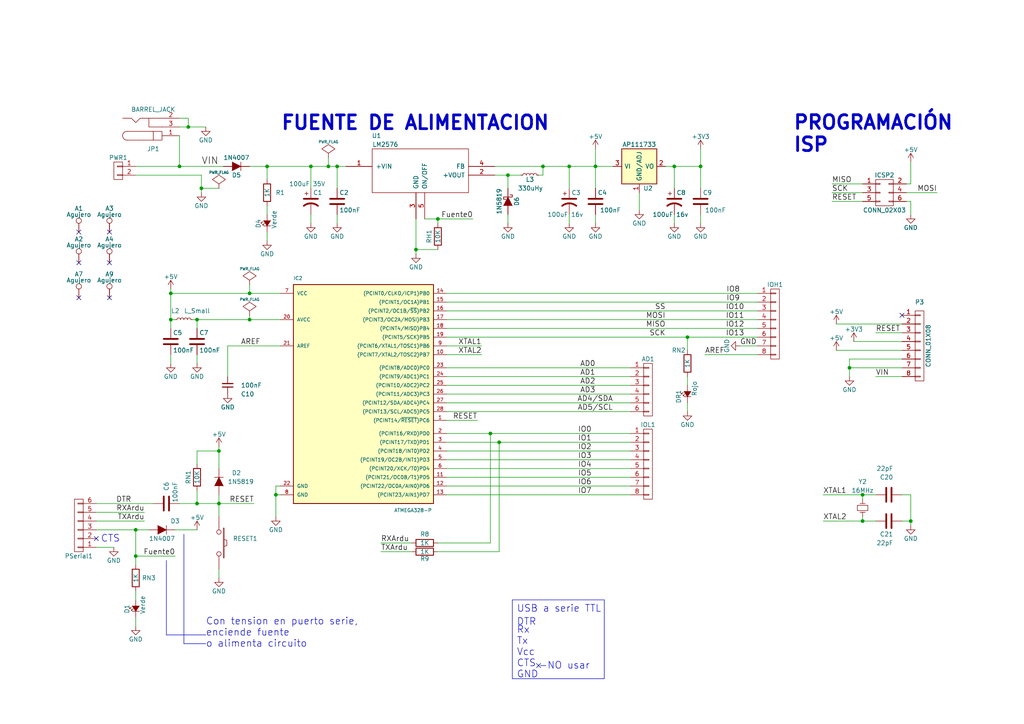
<source format=kicad_sch>
(kicad_sch (version 20230121) (generator eeschema)
  (paper "A4")
  (title_block (title "UNLaM-duino") (date "2016-10-04") (rev "002") (company "UNLaM-LACIE") (comment 1 "Rodrigo Javier Gomez, Gerardo Garcia, Diego Brengi"))
  (lib_symbols
    (symbol "unlamduino-rescue:+3V3" (power) (pin_names (offset 0))
      (property "Value" "+3V3" (at 0 3.556 0))
      (symbol "+3V3_0_1"
        (polyline (pts (xy -0.762 1.27) (xy 0 2.54)))
        (polyline (pts (xy 0 0) (xy 0 2.54)))
        (polyline (pts (xy 0 2.54) (xy 0.762 1.27)))
      )
      (symbol "+3V3_1_1"
        (pin power_in line (at 0 0 90) (length 0) hide (name "+3V3") (number "1"))
      )
    )
    (symbol "unlamduino-rescue:+5V" (power) (pin_names (offset 0))
      (property "Value" "+5V" (at 0 3.556 0))
      (symbol "+5V_0_1"
        (polyline (pts (xy -0.762 1.27) (xy 0 2.54)))
        (polyline (pts (xy 0 0) (xy 0 2.54)))
        (polyline (pts (xy 0 2.54) (xy 0.762 1.27)))
      )
      (symbol "+5V_1_1"
        (pin power_in line (at 0 0 90) (length 0) hide (name "+5V") (number "1"))
      )
    )
    (symbol "unlamduino-rescue:AP111733" (pin_names (offset 0.762))
      (property "Reference" "U" (at 2.54 -6.35 0))
      (property "Value" "AP111733" (at 0 6.35 0))
      (property "Datasheet" "http://www.diodes.com/datasheets/AP1117.pdf" (at 2.54 -6.35 0))
      (symbol "AP111733_0_1"
        (rectangle (start -5.08 -5.08) (end 5.08 5.08) (stroke (width 0.254)) (fill (type background)))
      )
      (symbol "AP111733_1_1"
        (pin power_in line (at 0 -7.62 90) (length 2.54) (name "GND/ADJ") (number "1"))
        (pin power_out line (at 7.62 0 180) (length 2.54) (name "VO") (number "2"))
        (pin power_in line (at -7.62 0 0) (length 2.54) (name "VI") (number "3"))
      )
    )
    (symbol "unlamduino-rescue:ATMEGA328-P-RESCUE-UNLAMDIUNO" (pin_names (offset 1.016))
      (property "Reference" "IC" (at -19.05 31.75 0))
      (property "Value" "ATMEGA328-P-RESCUE-UNLAMDIUNO" (at 10.16 -35.56 0))
      (property "Footprint" "DIL28" (at 0 0 0))
      (symbol "ATMEGA328-P-RESCUE-UNLAMDIUNO_0_1"
        (rectangle (start -19.05 30.48) (end 21.59 -33.02) (stroke (width 0.254)) (fill (type background)))
      )
      (symbol "ATMEGA328-P-RESCUE-UNLAMDIUNO_1_1"
        (pin bidirectional line (at 25.4 -8.89 180) (length 3.81) (name "(PCINT14/~{RESET})PC6") (number "1"))
        (pin bidirectional line (at 25.4 10.16 180) (length 3.81) (name "(PCINT7/XTAL2/TOSC2)PB7") (number "10"))
        (pin bidirectional line (at 25.4 -25.4 180) (length 3.81) (name "(PCINT21/OC0B/T1)PD5") (number "11"))
        (pin bidirectional line (at 25.4 -27.94 180) (length 3.81) (name "(PCINT22/OC0A/AIN0)PD6") (number "12"))
        (pin bidirectional line (at 25.4 -30.48 180) (length 3.81) (name "(PCINT23/AIN1)PD7") (number "13"))
        (pin bidirectional line (at 25.4 27.94 180) (length 3.81) (name "(PCINT0/CLKO/ICP1)PB0") (number "14"))
        (pin bidirectional line (at 25.4 25.4 180) (length 3.81) (name "(PCINT1/OC1A)PB1") (number "15"))
        (pin bidirectional line (at 25.4 22.86 180) (length 3.81) (name "(PCINT2/OC1B/~{SS})PB2") (number "16"))
        (pin bidirectional line (at 25.4 20.32 180) (length 3.81) (name "(PCINT3/OC2A/MOSI)PB3") (number "17"))
        (pin bidirectional line (at 25.4 17.78 180) (length 3.81) (name "(PCINT4/MISO)PB4") (number "18"))
        (pin bidirectional line (at 25.4 15.24 180) (length 3.81) (name "(PCINT5/SCK)PB5") (number "19"))
        (pin bidirectional line (at 25.4 -12.7 180) (length 3.81) (name "(PCINT16/RXD)PD0") (number "2"))
        (pin power_in line (at -22.86 20.32 0) (length 3.81) (name "AVCC") (number "20"))
        (pin bidirectional line (at -22.86 12.7 0) (length 3.81) (name "AREF") (number "21"))
        (pin power_in line (at -22.86 -27.94 0) (length 3.81) (name "GND") (number "22"))
        (pin bidirectional line (at 25.4 6.35 180) (length 3.81) (name "(PCINT8/ADC0)PC0") (number "23"))
        (pin bidirectional line (at 25.4 3.81 180) (length 3.81) (name "(PCINT9/ADC1)PC1") (number "24"))
        (pin bidirectional line (at 25.4 1.27 180) (length 3.81) (name "(PCINT10/ADC2)PC2") (number "25"))
        (pin bidirectional line (at 25.4 -1.27 180) (length 3.81) (name "(PCINT11/ADC3)PC3") (number "26"))
        (pin bidirectional line (at 25.4 -3.81 180) (length 3.81) (name "(PCINT12/SDA/ADC4)PC4") (number "27"))
        (pin bidirectional line (at 25.4 -6.35 180) (length 3.81) (name "(PCINT13/SCL/ADC5)PC5") (number "28"))
        (pin bidirectional line (at 25.4 -15.24 180) (length 3.81) (name "(PCINT17/TXD)PD1") (number "3"))
        (pin bidirectional line (at 25.4 -17.78 180) (length 3.81) (name "(PCINT18/INT0)PD2") (number "4"))
        (pin bidirectional line (at 25.4 -20.32 180) (length 3.81) (name "(PCINT19/OC2B/INT1)PD3") (number "5"))
        (pin bidirectional line (at 25.4 -22.86 180) (length 3.81) (name "(PCINT20/XCK/T0)PD4") (number "6"))
        (pin power_in line (at -22.86 27.94 0) (length 3.81) (name "VCC") (number "7"))
        (pin power_in line (at -22.86 -30.48 0) (length 3.81) (name "GND") (number "8"))
        (pin bidirectional line (at 25.4 12.7 180) (length 3.81) (name "(PCINT6/XTAL1/TOSC1)PB6") (number "9"))
      )
    )
    (symbol "unlamduino-rescue:BARREL_JACK" (pin_names (offset 1.016))
      (property "Reference" "CON" (at 0 6.35 0))
      (property "Value" "BARREL_JACK" (at 0 -5.08 0))
      (symbol "BARREL_JACK_0_1"
        (arc (start -8.89 2.54) (mid -8.5271 1.6254) (end -7.62 1.27))
        (arc (start -7.62 3.81) (mid -8.5088 3.4366) (end -8.89 2.54))
        (polyline (pts (xy -7.62 1.27) (xy 0 1.27)))
        (polyline (pts (xy 0 3.81) (xy -7.62 3.81)))
        (polyline (pts (xy 2.54 0) (xy -1.27 0) (xy -1.27 -2.54)))
        (polyline (pts (xy 2.54 -2.54) (xy -3.81 -2.54) (xy -5.08 -1.27) (xy -6.35 -2.54) (xy -8.89 -2.54)))
        (rectangle (start 2.54 3.81) (end 0 1.27))
      )
      (symbol "BARREL_JACK_1_1"
        (pin passive line (at 7.62 2.54 180) (length 5.08) (name "~") (number "1"))
        (pin passive line (at 7.62 -2.54 180) (length 5.08) (name "~") (number "2"))
        (pin passive line (at 7.62 0 180) (length 5.08) (name "~") (number "3"))
      )
    )
    (symbol "unlamduino-rescue:C-RESCUE-UNLAMDIUNO" (pin_numbers hide) (pin_names (offset 0.254))
      (property "Reference" "C" (at 0.635 2.54 0))
      (property "Value" "C-RESCUE-UNLAMDIUNO" (at 0.635 -2.54 0))
      (symbol "C-RESCUE-UNLAMDIUNO_0_1"
        (polyline (pts (xy -2.032 -0.762) (xy 2.032 -0.762)) (stroke (width 0.508)))
        (polyline (pts (xy -2.032 0.762) (xy 2.032 0.762)) (stroke (width 0.508)))
      )
      (symbol "C-RESCUE-UNLAMDIUNO_1_1"
        (pin passive line (at 0 3.81 270) (length 2.794) (name "~") (number "1"))
        (pin passive line (at 0 -3.81 90) (length 2.794) (name "~") (number "2"))
      )
    )
    (symbol "unlamduino-rescue:CONN_01X02" (pin_names (offset 1.016) hide)
      (property "Reference" "P" (at 0 3.81 0))
      (property "Value" "CONN_01X02" (at 2.54 0 90))
      (symbol "CONN_01X02_0_1"
        (rectangle (start -1.27 -1.143) (end 0.254 -1.397))
        (rectangle (start -1.27 1.397) (end 0.254 1.143))
        (rectangle (start -1.27 2.54) (end 1.27 -2.54))
      )
      (symbol "CONN_01X02_1_1"
        (pin passive line (at -5.08 1.27 0) (length 3.81) (name "P1") (number "1"))
        (pin passive line (at -5.08 -1.27 0) (length 3.81) (name "P2") (number "2"))
      )
    )
    (symbol "unlamduino-rescue:CONN_01X06" (pin_names (offset 1.016) hide)
      (property "Reference" "P" (at 0 8.89 0))
      (property "Value" "CONN_01X06" (at 2.54 0 90))
      (symbol "CONN_01X06_0_1"
        (rectangle (start -1.27 -6.223) (end 0.254 -6.477))
        (rectangle (start -1.27 -3.683) (end 0.254 -3.937))
        (rectangle (start -1.27 -1.143) (end 0.254 -1.397))
        (rectangle (start -1.27 1.397) (end 0.254 1.143))
        (rectangle (start -1.27 3.937) (end 0.254 3.683))
        (rectangle (start -1.27 6.477) (end 0.254 6.223))
        (rectangle (start -1.27 7.62) (end 1.27 -7.62))
      )
      (symbol "CONN_01X06_1_1"
        (pin passive line (at -5.08 6.35 0) (length 3.81) (name "P1") (number "1"))
        (pin passive line (at -5.08 3.81 0) (length 3.81) (name "P2") (number "2"))
        (pin passive line (at -5.08 1.27 0) (length 3.81) (name "P3") (number "3"))
        (pin passive line (at -5.08 -1.27 0) (length 3.81) (name "P4") (number "4"))
        (pin passive line (at -5.08 -3.81 0) (length 3.81) (name "P5") (number "5"))
        (pin passive line (at -5.08 -6.35 0) (length 3.81) (name "P6") (number "6"))
      )
    )
    (symbol "unlamduino-rescue:CONN_01X08" (pin_names (offset 1.016) hide)
      (property "Reference" "P" (at 0 11.43 0))
      (property "Value" "CONN_01X08" (at 2.54 0 90))
      (symbol "CONN_01X08_0_1"
        (rectangle (start -1.27 -10.16) (end 1.27 10.16))
        (rectangle (start -1.27 -8.763) (end 0.254 -9.017))
        (rectangle (start -1.27 -6.223) (end 0.254 -6.477))
        (rectangle (start -1.27 -3.683) (end 0.254 -3.937))
        (rectangle (start -1.27 -1.143) (end 0.254 -1.397))
        (rectangle (start -1.27 1.397) (end 0.254 1.143))
        (rectangle (start -1.27 3.937) (end 0.254 3.683))
        (rectangle (start -1.27 6.477) (end 0.254 6.223))
        (rectangle (start -1.27 9.017) (end 0.254 8.763))
      )
      (symbol "CONN_01X08_1_1"
        (pin passive line (at -5.08 8.89 0) (length 3.81) (name "P1") (number "1"))
        (pin passive line (at -5.08 6.35 0) (length 3.81) (name "P2") (number "2"))
        (pin passive line (at -5.08 3.81 0) (length 3.81) (name "P3") (number "3"))
        (pin passive line (at -5.08 1.27 0) (length 3.81) (name "P4") (number "4"))
        (pin passive line (at -5.08 -1.27 0) (length 3.81) (name "P5") (number "5"))
        (pin passive line (at -5.08 -3.81 0) (length 3.81) (name "P6") (number "6"))
        (pin passive line (at -5.08 -6.35 0) (length 3.81) (name "P7") (number "7"))
        (pin passive line (at -5.08 -8.89 0) (length 3.81) (name "P8") (number "8"))
      )
    )
    (symbol "unlamduino-rescue:CONN_02X03" (pin_names (offset 0.0254) hide)
      (property "Reference" "P" (at 0 5.08 0))
      (property "Value" "CONN_02X03" (at 0 -5.08 0))
      (symbol "CONN_02X03_0_1"
        (rectangle (start -2.54 -2.413) (end -1.27 -2.667))
        (rectangle (start -2.54 0.127) (end -1.27 -0.127))
        (rectangle (start -2.54 2.667) (end -1.27 2.413))
        (rectangle (start -2.54 3.81) (end 2.54 -3.81))
        (rectangle (start 1.27 -2.413) (end 2.54 -2.667))
        (rectangle (start 1.27 0.127) (end 2.54 -0.127))
        (rectangle (start 1.27 2.667) (end 2.54 2.413))
      )
      (symbol "CONN_02X03_1_1"
        (pin passive line (at -6.35 2.54 0) (length 3.81) (name "P1") (number "1"))
        (pin passive line (at 6.35 2.54 180) (length 3.81) (name "P2") (number "2"))
        (pin passive line (at -6.35 0 0) (length 3.81) (name "P3") (number "3"))
        (pin passive line (at 6.35 0 180) (length 3.81) (name "P4") (number "4"))
        (pin passive line (at -6.35 -2.54 0) (length 3.81) (name "P5") (number "5"))
        (pin passive line (at 6.35 -2.54 180) (length 3.81) (name "P6") (number "6"))
      )
    )
    (symbol "unlamduino-rescue:CP1-RESCUE-UNLAMDIUNO" (pin_numbers hide) (pin_names (offset 0.254) hide)
      (property "Reference" "C" (at 0.635 2.54 0))
      (property "Value" "CP1-RESCUE-UNLAMDIUNO" (at 0.635 -2.54 0))
      (symbol "CP1-RESCUE-UNLAMDIUNO_0_1"
        (polyline (pts (xy -2.032 0.762) (xy 2.032 0.762)) (stroke (width 0.508)))
        (polyline (pts (xy -1.778 2.286) (xy -0.762 2.286)))
        (polyline (pts (xy -1.27 1.778) (xy -1.27 2.794)))
        (arc (start 2.032 -1.27) (mid 0 -0.5572) (end -2.032 -1.27) (stroke (width 0.508)))
      )
      (symbol "CP1-RESCUE-UNLAMDIUNO_1_1"
        (pin passive line (at 0 3.81 270) (length 2.794) (name "~") (number "1"))
        (pin passive line (at 0 -3.81 90) (length 3.302) (name "~") (number "2"))
      )
    )
    (symbol "unlamduino-rescue:C_Small" (pin_numbers hide) (pin_names (offset 0.254) hide)
      (property "Reference" "C" (at 0.254 1.778 0))
      (property "Value" "C_Small" (at 0.254 -2.032 0))
      (symbol "C_Small_0_1"
        (polyline (pts (xy -1.524 -0.508) (xy 1.524 -0.508)) (stroke (width 0.3302)))
        (polyline (pts (xy -1.524 0.508) (xy 1.524 0.508)) (stroke (width 0.3048)))
      )
      (symbol "C_Small_1_1"
        (pin passive line (at 0 2.54 270) (length 2.032) (name "~") (number "1"))
        (pin passive line (at 0 -2.54 90) (length 2.032) (name "~") (number "2"))
      )
    )
    (symbol "unlamduino-rescue:Crystal_Small" (pin_numbers hide) (pin_names (offset 1.016) hide)
      (property "Reference" "Y" (at 0 2.54 0))
      (property "Value" "Crystal_Small" (at 0 -2.54 0))
      (symbol "Crystal_Small_0_1"
        (rectangle (start -0.762 -1.524) (end 0.762 1.524))
        (polyline (pts (xy -1.27 -0.762) (xy -1.27 0.762)))
        (polyline (pts (xy 1.27 -0.762) (xy 1.27 0.762)))
      )
      (symbol "Crystal_Small_1_1"
        (pin passive line (at -2.54 0 0) (length 1.27) (name "1") (number "1"))
        (pin passive line (at 2.54 0 180) (length 1.27) (name "2") (number "2"))
      )
    )
    (symbol "unlamduino-rescue:D" (pin_numbers hide) (pin_names (offset 1.016) hide)
      (property "Reference" "D" (at 0 2.54 0))
      (property "Value" "D" (at 0 -2.54 0))
      (symbol "D_0_1"
        (polyline (pts (xy -1.27 1.27) (xy -1.27 -1.27)) (stroke (width 0.1524)))
        (polyline (pts (xy 1.27 1.27) (xy -1.27 0) (xy 1.27 -1.27)) (fill (type outline)))
      )
      (symbol "D_1_1"
        (pin passive line (at -3.81 0 0) (length 2.54) (name "K") (number "1"))
        (pin passive line (at 3.81 0 180) (length 2.54) (name "A") (number "2"))
      )
    )
    (symbol "unlamduino-rescue:D_Schottky" (pin_numbers hide) (pin_names (offset 1.016) hide)
      (property "Reference" "D" (at 0 2.54 0))
      (property "Value" "D_Schottky" (at 0 -2.54 0))
      (symbol "D_Schottky_0_1"
        (polyline (pts (xy 1.27 1.27) (xy -1.27 0) (xy 1.27 -1.27)) (fill (type outline)))
        (polyline (pts (xy -1.905 0.635) (xy -1.905 1.27) (xy -1.27 1.27) (xy -1.27 -1.27) (xy -0.635 -1.27) (xy -0.635 -0.635)) (stroke (width 0.2032)))
      )
      (symbol "D_Schottky_1_1"
        (pin passive line (at -3.81 0 0) (length 2.54) (name "K") (number "1"))
        (pin passive line (at 3.81 0 180) (length 2.54) (name "A") (number "2"))
      )
    )
    (symbol "unlamduino-rescue:GND-RESCUE-UNLAMDIUNO" (power) (pin_names (offset 0))
      (property "Value" "GND-RESCUE-UNLAMDIUNO" (at 0 -3.81 0))
      (symbol "GND-RESCUE-UNLAMDIUNO_0_1"
        (polyline (pts (xy 0 0) (xy 0 -1.27) (xy 1.27 -1.27) (xy 0 -2.54) (xy -1.27 -1.27) (xy 0 -1.27)))
      )
      (symbol "GND-RESCUE-UNLAMDIUNO_1_1"
        (pin power_in line (at 0 0 270) (length 0) hide (name "GND") (number "1"))
      )
    )
    (symbol "unlamduino-rescue:LM2576" (pin_names (offset 1.016))
      (property "Reference" "U" (at 0 -2.54 0))
      (property "Value" "LM2576" (at 0 2.54 0))
      (symbol "LM2576_0_0"
        (rectangle (start -13.97 -6.35) (end 13.97 6.35))
      )
      (symbol "LM2576_1_1"
        (pin power_in line (at -21.59 1.27 0) (length 7.62) (name "+VIN") (number "1"))
        (pin power_out line (at 21.59 -1.27 180) (length 7.62) (name "+VOUT") (number "2"))
        (pin power_in line (at -1.27 -13.97 90) (length 7.62) (name "GND") (number "3"))
        (pin input line (at 21.59 1.27 180) (length 7.62) (name "FB") (number "4"))
        (pin input line (at 1.27 -13.97 90) (length 7.62) (name "ON/OFF") (number "5"))
      )
    )
    (symbol "unlamduino-rescue:L_Small" (pin_numbers hide) (pin_names (offset 0.254) hide)
      (property "Reference" "L" (at 0.762 1.016 0))
      (property "Value" "L_Small" (at 0.762 -1.016 0))
      (symbol "L_Small_0_1"
        (arc (start 0 -2.032) (mid 0.5058 -1.524) (end 0 -1.016))
        (arc (start 0 -1.016) (mid 0.5058 -0.508) (end 0 0))
        (arc (start 0 0) (mid 0.5058 0.508) (end 0 1.016))
        (arc (start 0 1.016) (mid 0.5058 1.524) (end 0 2.032))
      )
      (symbol "L_Small_1_1"
        (pin passive line (at 0 2.54 270) (length 0.508) (name "~") (number "1"))
        (pin passive line (at 0 -2.54 90) (length 0.508) (name "~") (number "2"))
      )
    )
    (symbol "unlamduino-rescue:Led_Small-RESCUE-UNLAMDIUNO" (pin_numbers hide) (pin_names (offset 0.254) hide)
      (property "Reference" "D" (at -1.27 2.54 0))
      (property "Value" "Led_Small-RESCUE-UNLAMDIUNO" (at -3.81 -2.032 0))
      (symbol "Led_Small-RESCUE-UNLAMDIUNO_0_1"
        (polyline (pts (xy 0.762 -1.016) (xy 0.762 1.016)))
        (polyline (pts (xy -0.762 -1.016) (xy 0.762 0) (xy -0.762 1.016) (xy -0.762 -1.016)) (fill (type outline)))
        (polyline (pts (xy -0.508 1.27) (xy 0 1.778) (xy -0.254 1.778) (xy 0 1.778) (xy 0 1.524)))
        (polyline (pts (xy 0 0.762) (xy 0.508 1.27) (xy 0.254 1.27) (xy 0.508 1.27) (xy 0.508 1.016)))
      )
      (symbol "Led_Small-RESCUE-UNLAMDIUNO_1_1"
        (pin passive line (at -2.54 0 0) (length 1.778) (name "A") (number "1"))
        (pin passive line (at 2.54 0 180) (length 1.778) (name "C") (number "2"))
      )
    )
    (symbol "unlamduino-rescue:PWR_FLAG" (power) (pin_numbers hide) (pin_names (offset 0) hide)
      (property "Value" "PWR_FLAG" (at 0 4.572 0))
      (symbol "PWR_FLAG_0_0"
        (pin power_out line (at 0 0 90) (length 0) (name "pwr") (number "1"))
      )
      (symbol "PWR_FLAG_0_1"
        (polyline (pts (xy 0 0) (xy 0 1.27) (xy -1.905 2.54) (xy 0 3.81) (xy 1.905 2.54) (xy 0 1.27)))
      )
    )
    (symbol "unlamduino-rescue:R-RESCUE-UNLAMDIUNO" (pin_numbers hide) (pin_names (offset 0))
      (property "Reference" "R" (at 2.032 0 90))
      (property "Value" "R-RESCUE-UNLAMDIUNO" (at 0 0 90))
      (symbol "R-RESCUE-UNLAMDIUNO_0_1"
        (rectangle (start -1.016 -2.54) (end 1.016 2.54) (stroke (width 0.254)))
      )
      (symbol "R-RESCUE-UNLAMDIUNO_1_1"
        (pin passive line (at 0 3.81 270) (length 1.27) (name "~") (number "1"))
        (pin passive line (at 0 -3.81 90) (length 1.27) (name "~") (number "2"))
      )
    )
    (symbol "unlamduino-rescue:SW_PUSH" (pin_numbers hide) (pin_names (offset 1.016) hide)
      (property "Reference" "SW" (at 3.81 2.794 0))
      (property "Value" "SW_PUSH" (at 0 -2.032 0))
      (symbol "SW_PUSH_0_1"
        (rectangle (start -4.318 1.27) (end 4.318 1.524))
        (polyline (pts (xy -1.016 1.524) (xy -0.762 2.286) (xy 0.762 2.286) (xy 1.016 1.524)))
        (pin passive inverted (at -7.62 0 0) (length 5.08) (name "1") (number "1"))
        (pin passive inverted (at 7.62 0 180) (length 5.08) (name "2") (number "2"))
      )
    )
    (symbol "unlamduino-rescue:TEST_1P" (pin_numbers hide) (pin_names (offset 0.762) hide)
      (property "Reference" "W" (at 0 6.858 0))
      (property "Value" "TEST_1P" (at 0 5.08 0))
      (symbol "TEST_1P_0_1"
        (circle (center 0 3.302) (radius 0.762))
      )
      (symbol "TEST_1P_1_1"
        (pin passive line (at 0 0 90) (length 2.54) (name "1") (number "1"))
      )
    )
  )
  (junction (at 142.24 125.73))
  (junction (at 39.37 161.29))
  (junction (at 246.38 106.68))
  (junction (at 63.5 130.81))
  (junction (at 199.39 97.79))
  (junction (at 72.39 85.09))
  (junction (at 49.53 85.09))
  (junction (at 57.15 92.71))
  (junction (at 165.1 48.26))
  (junction (at 250.19 143.51))
  (junction (at 203.2 48.26))
  (junction (at 39.37 153.67))
  (junction (at 49.53 92.71))
  (junction (at 250.19 151.13))
  (junction (at 120.65 72.39))
  (junction (at 58.42 54.61))
  (junction (at 195.58 48.26))
  (junction (at 57.15 146.05))
  (junction (at 172.72 48.26))
  (junction (at 80.01 143.51))
  (junction (at 95.25 48.26))
  (junction (at 77.47 48.26))
  (junction (at 147.32 50.8))
  (junction (at 63.5 146.05))
  (junction (at 72.39 92.71))
  (junction (at 97.79 48.26))
  (junction (at 144.78 128.27))
  (junction (at 127 63.5))
  (junction (at 54.61 36.83))
  (junction (at 157.48 48.26))
  (junction (at 264.16 151.13))
  (junction (at 90.17 48.26))
  (junction (at 52.07 48.26))
  (no_connect (at 22.86 67.31))
  (no_connect (at 261.62 91.44))
  (no_connect (at 31.75 76.2))
  (no_connect (at 31.75 86.36))
  (no_connect (at 27.94 156.21))
  (no_connect (at 156.21 193.04))
  (no_connect (at 22.86 76.2))
  (no_connect (at 22.86 86.36))
  (no_connect (at 31.75 67.31))
  (wire (pts (xy 261.62 99.06) (xy 247.65 99.06)))
  (wire (pts (xy 129.54 87.63) (xy 219.71 87.63)))
  (wire (pts (xy 57.15 146.05) (xy 63.5 146.05)))
  (wire (pts (xy 57.15 102.87) (xy 57.15 105.41)))
  (wire (pts (xy 129.54 130.81) (xy 182.88 130.81)))
  (wire (pts (xy 142.24 157.48) (xy 127 157.48)))
  (wire (pts (xy 261.62 101.6) (xy 242.57 101.6)))
  (wire (pts (xy 129.54 109.22) (xy 182.88 109.22)))
  (wire (pts (xy 147.32 50.8) (xy 151.13 50.8)))
  (wire (pts (xy 204.47 102.87) (xy 219.71 102.87)))
  (wire (pts (xy 262.89 58.42) (xy 264.16 58.42)))
  (polyline (pts (xy 48.26 162.56) (xy 48.26 184.15)))
  (wire (pts (xy 241.3 55.88) (xy 250.19 55.88)))
  (wire (pts (xy 129.54 125.73) (xy 142.24 125.73)))
  (wire (pts (xy 97.79 62.23) (xy 97.79 64.77)))
  (wire (pts (xy 143.51 48.26) (xy 157.48 48.26)))
  (wire (pts (xy 120.65 72.39) (xy 120.65 73.66)))
  (wire (pts (xy 57.15 134.62) (xy 57.15 130.81)))
  (wire (pts (xy 129.54 140.97) (xy 182.88 140.97)))
  (polyline (pts (xy 148.59 173.99) (xy 148.59 196.85)))
  (wire (pts (xy 27.94 158.75) (xy 33.02 158.75)))
  (wire (pts (xy 129.54 143.51) (xy 182.88 143.51)))
  (wire (pts (xy 77.47 67.31) (xy 77.47 69.85)))
  (wire (pts (xy 110.49 157.48) (xy 119.38 157.48)))
  (wire (pts (xy 250.19 151.13) (xy 254 151.13)))
  (wire (pts (xy 54.61 36.83) (xy 59.69 36.83)))
  (wire (pts (xy 66.04 100.33) (xy 81.28 100.33)))
  (wire (pts (xy 172.72 48.26) (xy 172.72 54.61)))
  (wire (pts (xy 49.53 102.87) (xy 49.53 105.41)))
  (wire (pts (xy 49.53 85.09) (xy 49.53 92.71)))
  (wire (pts (xy 39.37 153.67) (xy 43.18 153.67)))
  (wire (pts (xy 52.07 48.26) (xy 64.77 48.26)))
  (wire (pts (xy 129.54 121.92) (xy 138.43 121.92)))
  (wire (pts (xy 264.16 46.99) (xy 264.16 53.34)))
  (wire (pts (xy 185.42 55.88) (xy 185.42 60.96)))
  (wire (pts (xy 195.58 62.23) (xy 195.58 64.77)))
  (wire (pts (xy 39.37 171.45) (xy 39.37 173.99)))
  (wire (pts (xy 246.38 106.68) (xy 246.38 109.22)))
  (wire (pts (xy 157.48 48.26) (xy 165.1 48.26)))
  (wire (pts (xy 129.54 85.09) (xy 219.71 85.09)))
  (wire (pts (xy 129.54 95.25) (xy 219.71 95.25)))
  (wire (pts (xy 203.2 43.18) (xy 203.2 48.26)))
  (wire (pts (xy 246.38 104.14) (xy 246.38 106.68)))
  (wire (pts (xy 58.42 50.8) (xy 58.42 54.61)))
  (wire (pts (xy 195.58 48.26) (xy 195.58 54.61)))
  (wire (pts (xy 81.28 140.97) (xy 80.01 140.97)))
  (wire (pts (xy 49.53 83.82) (xy 49.53 85.09)))
  (wire (pts (xy 264.16 58.42) (xy 264.16 62.23)))
  (wire (pts (xy 63.5 146.05) (xy 63.5 149.86)))
  (wire (pts (xy 77.47 59.69) (xy 77.47 62.23)))
  (wire (pts (xy 120.65 63.5) (xy 120.65 72.39)))
  (wire (pts (xy 52.07 36.83) (xy 54.61 36.83)))
  (wire (pts (xy 261.62 143.51) (xy 264.16 143.51)))
  (wire (pts (xy 27.94 146.05) (xy 44.45 146.05)))
  (wire (pts (xy 172.72 48.26) (xy 177.8 48.26)))
  (wire (pts (xy 143.51 50.8) (xy 147.32 50.8)))
  (wire (pts (xy 81.28 143.51) (xy 80.01 143.51)))
  (wire (pts (xy 144.78 160.02) (xy 127 160.02)))
  (wire (pts (xy 129.54 106.68) (xy 182.88 106.68)))
  (wire (pts (xy 97.79 48.26) (xy 100.33 48.26)))
  (wire (pts (xy 165.1 48.26) (xy 165.1 54.61)))
  (wire (pts (xy 147.32 50.8) (xy 147.32 54.61)))
  (wire (pts (xy 55.88 92.71) (xy 57.15 92.71)))
  (wire (pts (xy 50.8 153.67) (xy 57.15 153.67)))
  (wire (pts (xy 95.25 45.72) (xy 95.25 48.26)))
  (wire (pts (xy 63.5 143.51) (xy 63.5 146.05)))
  (wire (pts (xy 147.32 62.23) (xy 147.32 64.77)))
  (wire (pts (xy 63.5 165.1) (xy 63.5 167.64)))
  (wire (pts (xy 250.19 143.51) (xy 254 143.51)))
  (wire (pts (xy 129.54 138.43) (xy 182.88 138.43)))
  (polyline (pts (xy 175.26 196.85) (xy 175.26 173.99)))
  (wire (pts (xy 172.72 62.23) (xy 172.72 64.77)))
  (wire (pts (xy 72.39 91.44) (xy 72.39 92.71)))
  (wire (pts (xy 57.15 142.24) (xy 57.15 146.05)))
  (wire (pts (xy 250.19 58.42) (xy 241.3 58.42)))
  (wire (pts (xy 262.89 55.88) (xy 271.78 55.88)))
  (wire (pts (xy 127 72.39) (xy 120.65 72.39)))
  (wire (pts (xy 261.62 151.13) (xy 264.16 151.13)))
  (wire (pts (xy 49.53 85.09) (xy 72.39 85.09)))
  (wire (pts (xy 95.25 48.26) (xy 97.79 48.26)))
  (wire (pts (xy 250.19 144.78) (xy 250.19 143.51)))
  (wire (pts (xy 129.54 128.27) (xy 144.78 128.27)))
  (wire (pts (xy 199.39 109.22) (xy 199.39 111.76)))
  (wire (pts (xy 199.39 101.6) (xy 199.39 97.79)))
  (wire (pts (xy 49.53 92.71) (xy 50.8 92.71)))
  (wire (pts (xy 129.54 133.35) (xy 182.88 133.35)))
  (wire (pts (xy 66.04 109.22) (xy 66.04 100.33)))
  (wire (pts (xy 156.21 50.8) (xy 157.48 50.8)))
  (wire (pts (xy 129.54 114.3) (xy 182.88 114.3)))
  (wire (pts (xy 72.39 85.09) (xy 81.28 85.09)))
  (polyline (pts (xy 59.69 186.69) (xy 53.34 186.69)))
  (wire (pts (xy 54.61 34.29) (xy 54.61 36.83)))
  (wire (pts (xy 238.76 151.13) (xy 250.19 151.13)))
  (wire (pts (xy 72.39 92.71) (xy 81.28 92.71)))
  (wire (pts (xy 97.79 48.26) (xy 97.79 54.61)))
  (wire (pts (xy 193.04 48.26) (xy 195.58 48.26)))
  (wire (pts (xy 199.39 116.84) (xy 199.39 119.38)))
  (wire (pts (xy 264.16 151.13) (xy 264.16 152.4)))
  (wire (pts (xy 199.39 97.79) (xy 219.71 97.79)))
  (wire (pts (xy 52.07 34.29) (xy 54.61 34.29)))
  (wire (pts (xy 142.24 125.73) (xy 182.88 125.73)))
  (wire (pts (xy 127 63.5) (xy 127 64.77)))
  (wire (pts (xy 39.37 161.29) (xy 50.8 161.29)))
  (wire (pts (xy 165.1 48.26) (xy 172.72 48.26)))
  (wire (pts (xy 49.53 92.71) (xy 49.53 95.25)))
  (wire (pts (xy 63.5 130.81) (xy 63.5 135.89)))
  (wire (pts (xy 90.17 62.23) (xy 90.17 64.77)))
  (wire (pts (xy 142.24 125.73) (xy 142.24 157.48)))
  (wire (pts (xy 57.15 130.81) (xy 63.5 130.81)))
  (wire (pts (xy 144.78 128.27) (xy 144.78 160.02)))
  (wire (pts (xy 27.94 148.59) (xy 41.91 148.59)))
  (wire (pts (xy 39.37 153.67) (xy 39.37 161.29)))
  (wire (pts (xy 77.47 52.07) (xy 77.47 48.26)))
  (wire (pts (xy 27.94 153.67) (xy 39.37 153.67)))
  (wire (pts (xy 250.19 149.86) (xy 250.19 151.13)))
  (wire (pts (xy 57.15 92.71) (xy 57.15 95.25)))
  (wire (pts (xy 203.2 48.26) (xy 203.2 54.61)))
  (wire (pts (xy 63.5 54.61) (xy 58.42 54.61)))
  (wire (pts (xy 139.7 102.87) (xy 129.54 102.87)))
  (wire (pts (xy 129.54 100.33) (xy 139.7 100.33)))
  (wire (pts (xy 129.54 97.79) (xy 199.39 97.79)))
  (wire (pts (xy 72.39 48.26) (xy 77.47 48.26)))
  (wire (pts (xy 144.78 128.27) (xy 182.88 128.27)))
  (wire (pts (xy 165.1 62.23) (xy 165.1 64.77)))
  (wire (pts (xy 39.37 179.07) (xy 39.37 181.61)))
  (wire (pts (xy 52.07 48.26) (xy 52.07 39.37)))
  (wire (pts (xy 264.16 143.51) (xy 264.16 151.13)))
  (wire (pts (xy 57.15 92.71) (xy 72.39 92.71)))
  (wire (pts (xy 39.37 161.29) (xy 39.37 163.83)))
  (wire (pts (xy 27.94 151.13) (xy 41.91 151.13)))
  (wire (pts (xy 261.62 96.52) (xy 254 96.52)))
  (wire (pts (xy 110.49 160.02) (xy 119.38 160.02)))
  (wire (pts (xy 157.48 50.8) (xy 157.48 48.26)))
  (polyline (pts (xy 148.59 196.85) (xy 175.26 196.85)))
  (wire (pts (xy 80.01 140.97) (xy 80.01 143.51)))
  (wire (pts (xy 238.76 143.51) (xy 250.19 143.51)))
  (wire (pts (xy 261.62 104.14) (xy 246.38 104.14)))
  (wire (pts (xy 195.58 48.26) (xy 203.2 48.26)))
  (wire (pts (xy 129.54 90.17) (xy 219.71 90.17)))
  (polyline (pts (xy 53.34 186.69) (xy 53.34 154.94)))
  (wire (pts (xy 261.62 106.68) (xy 246.38 106.68)))
  (wire (pts (xy 129.54 119.38) (xy 182.88 119.38)))
  (wire (pts (xy 261.62 109.22) (xy 254 109.22)))
  (wire (pts (xy 63.5 129.54) (xy 63.5 130.81)))
  (wire (pts (xy 80.01 143.51) (xy 80.01 149.86)))
  (polyline (pts (xy 48.26 184.15) (xy 59.69 184.15)))
  (wire (pts (xy 129.54 116.84) (xy 182.88 116.84)))
  (wire (pts (xy 264.16 53.34) (xy 262.89 53.34)))
  (wire (pts (xy 90.17 48.26) (xy 90.17 54.61)))
  (wire (pts (xy 214.63 100.33) (xy 219.71 100.33)))
  (polyline (pts (xy 148.59 173.99) (xy 175.26 173.99)))
  (wire (pts (xy 129.54 111.76) (xy 182.88 111.76)))
  (wire (pts (xy 39.37 50.8) (xy 58.42 50.8)))
  (wire (pts (xy 63.5 146.05) (xy 73.66 146.05)))
  (wire (pts (xy 242.57 93.98) (xy 261.62 93.98)))
  (wire (pts (xy 250.19 53.34) (xy 241.3 53.34)))
  (wire (pts (xy 172.72 43.18) (xy 172.72 48.26)))
  (wire (pts (xy 129.54 92.71) (xy 219.71 92.71)))
  (wire (pts (xy 77.47 48.26) (xy 90.17 48.26)))
  (wire (pts (xy 127 63.5) (xy 137.16 63.5)))
  (wire (pts (xy 72.39 82.55) (xy 72.39 85.09)))
  (wire (pts (xy 58.42 54.61) (xy 58.42 55.88)))
  (wire (pts (xy 203.2 62.23) (xy 203.2 64.77)))
  (wire (pts (xy 39.37 48.26) (xy 52.07 48.26)))
  (wire (pts (xy 90.17 48.26) (xy 95.25 48.26)))
  (wire (pts (xy 129.54 135.89) (xy 182.88 135.89)))
  (wire (pts (xy 52.07 146.05) (xy 57.15 146.05)))
  (wire (pts (xy 123.19 63.5) (xy 127 63.5)))
  (text "-NO usar" (at 156.21 194.31 0) (effects (font (size 2.0066 2.0066)) (justify left bottom)))
  (text "Con tension en puerto serie,\nenciende fuente\no alimenta circuito" (at 59.69 187.96 0) (effects (font (size 2.0066 2.0066)) (justify left bottom)))
  (text "PROGRAMACIÓN\nISP" (at 229.87 44.45 0) (effects (font (size 3.9878 3.9878) (thickness 0.7976) bold) (justify left bottom)))
  (text "Rx\nTx\nVcc\nCTS\nGND" (at 149.86 196.85 0) (effects (font (size 2.0066 2.0066)) (justify left bottom)))
  (text "DTR" (at 149.86 181.61 0) (effects (font (size 2.0066 2.0066)) (justify left bottom)))
  (text "CTS" (at 29.21 157.48 0) (effects (font (size 2.0066 2.0066)) (justify left bottom)))
  (text "FUENTE DE ALIMENTACION" (at 81.28 38.1 0) (effects (font (size 3.9878 3.9878) (thickness 0.7976) bold) (justify left bottom)))
  (text "USB a serie TTL" (at 149.86 177.8 0) (effects (font (size 2.0066 2.0066)) (justify left bottom)))
  (label "XTAL2" (at 139.7 102.87 180) (effects (font (size 1.524 1.524))))
  (label "AD4/SDA" (at 177.8 116.84 180) (effects (font (size 1.524 1.524))))
  (label "RESET" (at 241.3 58.42 0) (effects (font (size 1.524 1.524))))
  (label "AD5/SCL" (at 177.8 119.38 180) (effects (font (size 1.524 1.524))))
  (label "RESET" (at 138.43 121.92 180) (effects (font (size 1.524 1.524))))
  (label "AD3" (at 172.72 114.3 180) (effects (font (size 1.524 1.524))))
  (label "SCK" (at 241.3 55.88 0) (effects (font (size 1.524 1.524))))
  (label "MOSI" (at 271.78 55.88 180) (effects (font (size 1.524 1.524))))
  (label "IO13" (at 215.9 97.79 180) (effects (font (size 1.524 1.524))))
  (label "VIN" (at 254 109.22 0) (effects (font (size 1.524 1.524))))
  (label "MOSI" (at 193.04 92.71 180) (effects (font (size 1.524 1.524))))
  (label "XTAL1" (at 238.76 143.51 0) (effects (font (size 1.524 1.524))))
  (label "GND" (at 214.63 100.33 0) (effects (font (size 1.524 1.524))))
  (label "AREF" (at 69.85 100.33 0) (effects (font (size 1.524 1.524))))
  (label "IO12" (at 215.9 95.25 180) (effects (font (size 1.524 1.524))))
  (label "IO7" (at 167.64 143.51 0) (effects (font (size 1.524 1.524))))
  (label "TXArdu" (at 110.49 160.02 0) (effects (font (size 1.524 1.524))))
  (label "DTR" (at 38.1 146.05 180) (effects (font (size 1.524 1.524))))
  (label "IO0" (at 167.64 125.73 0) (effects (font (size 1.524 1.524))))
  (label "IO6" (at 167.64 140.97 0) (effects (font (size 1.524 1.524))))
  (label "AD0" (at 172.72 106.68 180) (effects (font (size 1.524 1.524))))
  (label "AREF" (at 204.47 102.87 0) (effects (font (size 1.524 1.524))))
  (label "IO3" (at 167.64 133.35 0) (effects (font (size 1.524 1.524))))
  (label "IO2" (at 167.64 130.81 0) (effects (font (size 1.524 1.524))))
  (label "IO10" (at 215.9 90.17 180) (effects (font (size 1.524 1.524))))
  (label "MISO" (at 193.04 95.25 180) (effects (font (size 1.524 1.524))))
  (label "Fuente0" (at 137.16 63.5 180) (effects (font (size 1.524 1.524))))
  (label "IO5" (at 167.64 138.43 0) (effects (font (size 1.524 1.524))))
  (label "RXArdu" (at 110.49 157.48 0) (effects (font (size 1.524 1.524))))
  (label "IO8" (at 214.63 85.09 180) (effects (font (size 1.524 1.524))))
  (label "RESET" (at 73.66 146.05 180) (effects (font (size 1.524 1.524))))
  (label "AD2" (at 172.72 111.76 180) (effects (font (size 1.524 1.524))))
  (label "SCK" (at 193.04 97.79 180) (effects (font (size 1.524 1.524))))
  (label "IO1" (at 167.64 128.27 0) (effects (font (size 1.524 1.524))))
  (label "IO11" (at 215.9 92.71 180) (effects (font (size 1.524 1.524))))
  (label "TXArdu" (at 41.91 151.13 180) (effects (font (size 1.524 1.524))))
  (label "XTAL2" (at 238.76 151.13 0) (effects (font (size 1.524 1.524))))
  (label "RESET" (at 254 96.52 0) (effects (font (size 1.524 1.524))))
  (label "VIN" (at 58.42 48.26 0) (effects (font (size 2.0066 2.0066))))
  (label "SS" (at 193.04 90.17 180) (effects (font (size 1.524 1.524))))
  (label "AD1" (at 172.72 109.22 180) (effects (font (size 1.524 1.524))))
  (label "RXArdu" (at 41.91 148.59 180) (effects (font (size 1.524 1.524))))
  (label "XTAL1" (at 139.7 100.33 180) (effects (font (size 1.524 1.524))))
  (label "Fuente0" (at 50.8 161.29 180) (effects (font (size 1.524 1.524))))
  (label "IO9" (at 214.63 87.63 180) (effects (font (size 1.524 1.524))))
  (label "MISO" (at 241.3 53.34 0) (effects (font (size 1.524 1.524))))
  (label "IO4" (at 167.64 135.89 0) (effects (font (size 1.524 1.524))))
  (symbol (lib_id "unlamduino-rescue:ATMEGA328-P-RESCUE-UNLAMDIUNO") (at 104.14 113.03 0) (unit 1)
    (property "Reference" "IC2" (at 85.09 81.28 0) (effects (font (size 1.016 1.016)) (justify left bottom)))
    (property "Value" "ATMEGA328-P" (at 114.3 148.59 0) (effects (font (size 1.016 1.016)) (justify left bottom)))
    (property "Footprint" "Housings_DIP:DIP-28_W7.62mm_LongPads" (effects hide))
  )
  (symbol (lib_id "unlamduino-rescue:CONN_01X08") (at 187.96 134.62 0) (unit 1)
    (property "Reference" "IOL1" (at 187.96 123.19 0))
    (property "Value" "CONN_01X08" (effects hide))
    (property "Footprint" "Pin_Headers:Pin_Header_Straight_1x08" (effects hide))
  )
  (symbol (lib_id "unlamduino-rescue:CONN_02X03") (at 256.54 55.88 0) (unit 1)
    (property "Reference" "ICSP2" (at 256.54 50.8 0))
    (property "Value" "CONN_02X03" (at 256.54 60.96 0))
    (property "Footprint" "Pin_Headers:Pin_Header_Straight_2x03" (effects hide))
  )
  (symbol (lib_id "unlamduino-rescue:+5V") (at 264.16 46.99 0) (unit 1)
    (property "Reference" "#PWR01" (effects hide))
    (property "Value" "+5V" (at 264.16 43.434 0))
  )
  (symbol (lib_id "unlamduino-rescue:GND-RESCUE-UNLAMDIUNO") (at 264.16 62.23 0) (unit 1)
    (property "Reference" "#PWR02" (effects hide))
    (property "Value" "GND" (at 264.16 66.04 0))
  )
  (symbol (lib_id "unlamduino-rescue:C_Small") (at 66.04 111.76 0) (mirror x) (unit 1)
    (property "Reference" "C10" (at 69.85 114.3 0) (effects (justify left)))
    (property "Value" "100nF" (at 69.85 111.76 0) (effects (justify left)))
    (property "Footprint" "Capacitors_ThroughHole:C_Disc_D3_P2.5" (effects hide))
  )
  (symbol (lib_id "unlamduino-rescue:GND-RESCUE-UNLAMDIUNO") (at 66.04 114.3 0) (mirror y) (unit 1)
    (property "Reference" "#PWR03" (effects hide))
    (property "Value" "GND" (at 66.04 118.11 0))
  )
  (symbol (lib_id "unlamduino-rescue:GND-RESCUE-UNLAMDIUNO") (at 214.63 100.33 270) (mirror x) (unit 1)
    (property "Reference" "#PWR04" (effects hide))
    (property "Value" "GND" (at 210.82 100.33 0))
  )
  (symbol (lib_id "unlamduino-rescue:Led_Small-RESCUE-UNLAMDIUNO") (at 77.47 64.77 90) (mirror x) (unit 1)
    (property "Reference" "D4" (at 74.93 63.5 0) (effects (justify left)))
    (property "Value" "Verde" (at 79.502 60.96 0) (effects (justify left)))
    (property "Footprint" "LEDs:LED-3MM" (effects hide))
  )
  (symbol (lib_id "unlamduino-rescue:GND-RESCUE-UNLAMDIUNO") (at 77.47 69.85 0) (mirror y) (unit 1)
    (property "Reference" "#PWR05" (effects hide))
    (property "Value" "GND" (at 77.47 73.66 0))
  )
  (symbol (lib_id "unlamduino-rescue:R-RESCUE-UNLAMDIUNO") (at 123.19 157.48 270) (unit 1)
    (property "Reference" "R8" (at 123.19 154.94 90))
    (property "Value" "1K" (at 123.19 157.48 90))
    (property "Footprint" "huellas:Resistor_Horizontal_RM7mm3d" (effects hide))
  )
  (symbol (lib_id "unlamduino-rescue:R-RESCUE-UNLAMDIUNO") (at 123.19 160.02 270) (unit 1)
    (property "Reference" "R9" (at 123.19 162.052 90))
    (property "Value" "1K" (at 123.19 160.02 90))
    (property "Footprint" "huellas:Resistor_Horizontal_RM7mm3d" (effects hide))
  )
  (symbol (lib_id "unlamduino-rescue:GND-RESCUE-UNLAMDIUNO") (at 80.01 149.86 0) (unit 1)
    (property "Reference" "#PWR06" (effects hide))
    (property "Value" "GND" (at 80.01 153.67 0))
  )
  (symbol (lib_id "unlamduino-rescue:C-RESCUE-UNLAMDIUNO") (at 57.15 99.06 0) (unit 1)
    (property "Reference" "C7" (at 57.785 96.52 0) (effects (justify left)))
    (property "Value" "100nF" (at 57.785 101.6 0) (effects (justify left)))
    (property "Footprint" "Capacitors_ThroughHole:C_Disc_D6_P5" (effects hide))
  )
  (symbol (lib_id "unlamduino-rescue:C-RESCUE-UNLAMDIUNO") (at 49.53 99.06 0) (unit 1)
    (property "Reference" "C5" (at 50.165 96.52 0) (effects (justify left)))
    (property "Value" "100nF" (at 50.165 101.6 0) (effects (justify left)))
    (property "Footprint" "Capacitors_ThroughHole:C_Disc_D3_P2.5" (effects hide))
  )
  (symbol (lib_id "unlamduino-rescue:L_Small") (at 53.34 92.71 90) (unit 1)
    (property "Reference" "L2" (at 52.07 90.17 90) (effects (justify left)))
    (property "Value" "L_Small" (at 60.96 90.17 90) (effects (justify left)))
    (property "Footprint" "huellas:Resistor_Horizontal_RM7mm3d" (effects hide))
  )
  (symbol (lib_id "unlamduino-rescue:GND-RESCUE-UNLAMDIUNO") (at 49.53 105.41 0) (unit 1)
    (property "Reference" "#PWR07" (effects hide))
    (property "Value" "GND" (at 49.53 109.22 0))
  )
  (symbol (lib_id "unlamduino-rescue:GND-RESCUE-UNLAMDIUNO") (at 57.15 105.41 0) (unit 1)
    (property "Reference" "#PWR08" (effects hide))
    (property "Value" "GND" (at 57.15 109.22 0))
  )
  (symbol (lib_id "unlamduino-rescue:+5V") (at 49.53 83.82 0) (unit 1)
    (property "Reference" "#PWR09" (effects hide))
    (property "Value" "+5V" (at 49.53 80.264 0))
  )
  (symbol (lib_id "unlamduino-rescue:LM2576") (at 121.92 49.53 0) (unit 1)
    (property "Reference" "U1" (at 109.22 39.37 0))
    (property "Value" "LM2576" (at 111.76 41.91 0))
    (property "Footprint" "TO_SOT_Packages_THT:Pentawatt_Neutral_Staggered_Verical_TO220-5-T05D" (effects hide))
  )
  (symbol (lib_id "unlamduino-rescue:L_Small") (at 153.67 50.8 90) (unit 1)
    (property "Reference" "L3" (at 154.94 52.07 90) (effects (justify left)))
    (property "Value" "330uHy" (at 157.48 54.61 90) (effects (justify left)))
    (property "Footprint" "huellas:INDUCTOR_V" (effects hide))
  )
  (symbol (lib_id "unlamduino-rescue:D_Schottky") (at 147.32 58.42 270) (unit 1)
    (property "Reference" "D6" (at 149.86 58.42 0))
    (property "Value" "1N5819" (at 144.78 58.42 0))
    (property "Footprint" "Diodes_ThroughHole:Diode_DO-35_SOD27_Horizontal_RM10" (effects hide))
  )
  (symbol (lib_id "unlamduino-rescue:CP1-RESCUE-UNLAMDIUNO") (at 165.1 58.42 0) (unit 1)
    (property "Reference" "C3" (at 165.735 55.88 0) (effects (justify left)))
    (property "Value" "100uF 16v" (at 158.75 62.23 0) (effects (justify left)))
    (property "Footprint" "Capacitors_ThroughHole:C_Radial_D6.3_L11.2_P2.5" (effects hide))
  )
  (symbol (lib_id "unlamduino-rescue:C-RESCUE-UNLAMDIUNO") (at 172.72 58.42 0) (unit 1)
    (property "Reference" "C4" (at 173.355 55.88 0) (effects (justify left)))
    (property "Value" "100nF" (at 173.99 60.96 0) (effects (justify left)))
    (property "Footprint" "Capacitors_ThroughHole:C_Disc_D3_P2.5" (effects hide))
  )
  (symbol (lib_id "unlamduino-rescue:CP1-RESCUE-UNLAMDIUNO") (at 90.17 58.42 0) (unit 1)
    (property "Reference" "C1" (at 90.805 55.88 0) (effects (justify left)))
    (property "Value" "100uF 35V" (at 83.82 53.34 0) (effects (justify left)))
    (property "Footprint" "Capacitors_ThroughHole:C_Radial_D6.3_L11.2_P2.5" (effects hide))
  )
  (symbol (lib_id "unlamduino-rescue:C-RESCUE-UNLAMDIUNO") (at 97.79 58.42 0) (unit 1)
    (property "Reference" "C2" (at 98.425 55.88 0) (effects (justify left)))
    (property "Value" "100nF" (at 98.425 60.96 0) (effects (justify left)))
    (property "Footprint" "Capacitors_ThroughHole:C_Disc_D3_P2.5" (effects hide))
  )
  (symbol (lib_id "unlamduino-rescue:D") (at 68.58 48.26 180) (unit 1)
    (property "Reference" "D5" (at 68.58 50.8 0))
    (property "Value" "1N4007" (at 68.58 45.72 0))
    (property "Footprint" "Diodes_ThroughHole:Diode_DO-35_SOD27_Horizontal_RM10" (effects hide))
  )
  (symbol (lib_id "unlamduino-rescue:GND-RESCUE-UNLAMDIUNO") (at 90.17 64.77 0) (unit 1)
    (property "Reference" "#PWR017" (effects hide))
    (property "Value" "GND" (at 90.17 68.58 0))
  )
  (symbol (lib_id "unlamduino-rescue:GND-RESCUE-UNLAMDIUNO") (at 97.79 64.77 0) (unit 1)
    (property "Reference" "#PWR016" (effects hide))
    (property "Value" "GND" (at 97.79 68.58 0))
  )
  (symbol (lib_id "unlamduino-rescue:GND-RESCUE-UNLAMDIUNO") (at 165.1 64.77 0) (unit 1)
    (property "Reference" "#PWR015" (effects hide))
    (property "Value" "GND" (at 165.1 68.58 0))
  )
  (symbol (lib_id "unlamduino-rescue:GND-RESCUE-UNLAMDIUNO") (at 172.72 64.77 0) (unit 1)
    (property "Reference" "#PWR014" (effects hide))
    (property "Value" "GND" (at 172.72 68.58 0))
  )
  (symbol (lib_id "unlamduino-rescue:GND-RESCUE-UNLAMDIUNO") (at 147.32 64.77 0) (unit 1)
    (property "Reference" "#PWR013" (effects hide))
    (property "Value" "GND" (at 147.32 68.58 0))
  )
  (symbol (lib_id "unlamduino-rescue:GND-RESCUE-UNLAMDIUNO") (at 120.65 73.66 0) (unit 1)
    (property "Reference" "#PWR018" (effects hide))
    (property "Value" "GND" (at 120.65 77.47 0))
  )
  (symbol (lib_id "unlamduino-rescue:+5V") (at 172.72 43.18 0) (unit 1)
    (property "Reference" "#PWR019" (effects hide))
    (property "Value" "+5V" (at 172.72 39.624 0))
  )
  (symbol (lib_id "unlamduino-rescue:Crystal_Small") (at 250.19 147.32 90) (mirror x) (unit 1)
    (property "Reference" "Y2" (at 250.19 139.7 90))
    (property "Value" "16MHz" (at 250.19 142.24 90))
    (property "Footprint" "Crystals:Crystal_HC50-U_Vertical" (effects hide))
  )
  (symbol (lib_id "unlamduino-rescue:C-RESCUE-UNLAMDIUNO") (at 257.81 143.51 90) (mirror x) (unit 1)
    (property "Reference" "C20" (at 259.08 138.43 90) (effects (justify left)))
    (property "Value" "22pF" (at 259.08 135.89 90) (effects (justify left)))
    (property "Footprint" "Capacitors_ThroughHole:C_Disc_D3_P2.5" (effects hide))
  )
  (symbol (lib_id "unlamduino-rescue:C-RESCUE-UNLAMDIUNO") (at 257.81 151.13 90) (mirror x) (unit 1)
    (property "Reference" "C21" (at 259.08 154.94 90) (effects (justify left)))
    (property "Value" "22pF" (at 259.08 157.48 90) (effects (justify left)))
    (property "Footprint" "Capacitors_ThroughHole:C_Disc_D3_P2.5" (effects hide))
  )
  (symbol (lib_id "unlamduino-rescue:GND-RESCUE-UNLAMDIUNO") (at 264.16 152.4 0) (mirror y) (unit 1)
    (property "Reference" "#PWR010" (effects hide))
    (property "Value" "GND" (at 264.16 156.21 0))
  )
  (symbol (lib_id "unlamduino-rescue:R-RESCUE-UNLAMDIUNO") (at 57.15 138.43 0) (unit 1)
    (property "Reference" "RN1" (at 54.61 138.43 90))
    (property "Value" "10K" (at 57.15 138.43 90))
    (property "Footprint" "huellas:Resistor_Horizontal_RM7mm3d" (effects hide))
  )
  (symbol (lib_id "unlamduino-rescue:+5V") (at 63.5 129.54 0) (unit 1)
    (property "Reference" "#PWR011" (effects hide))
    (property "Value" "+5V" (at 63.5 125.984 0))
  )
  (symbol (lib_id "unlamduino-rescue:C-RESCUE-UNLAMDIUNO") (at 48.26 146.05 270) (unit 1)
    (property "Reference" "C6" (at 48.26 139.7 0) (effects (justify left)))
    (property "Value" "100nF" (at 50.8 139.7 0) (effects (justify left)))
    (property "Footprint" "Capacitors_ThroughHole:C_Disc_D3_P2.5" (effects hide))
  )
  (symbol (lib_id "unlamduino-rescue:SW_PUSH") (at 63.5 157.48 270) (unit 1)
    (property "Reference" "RESET1" (at 71.12 156.21 90))
    (property "Value" "SW_PUSH" (effects hide))
    (property "Footprint" "Buttons_Switches_ThroughHole:SW_PUSH_SMALL" (effects hide))
  )
  (symbol (lib_id "unlamduino-rescue:GND-RESCUE-UNLAMDIUNO") (at 63.5 167.64 0) (unit 1)
    (property "Reference" "#PWR012" (effects hide))
    (property "Value" "GND" (at 63.5 171.45 0))
  )
  (symbol (lib_id "unlamduino-rescue:CONN_01X08") (at 266.7 100.33 0) (unit 1)
    (property "Reference" "P3" (at 266.7 87.63 0))
    (property "Value" "CONN_01X08" (at 269.24 100.33 90))
    (property "Footprint" "Pin_Headers:Pin_Header_Straight_1x08" (effects hide))
  )
  (symbol (lib_id "unlamduino-rescue:CONN_01X02") (at 34.29 49.53 0) (mirror y) (unit 1)
    (property "Reference" "PWR1" (at 34.29 45.72 0))
    (property "Value" "CONN_01X02" (effects hide))
    (property "Footprint" "Connect:bornier2" (effects hide))
  )
  (symbol (lib_id "unlamduino-rescue:GND-RESCUE-UNLAMDIUNO") (at 59.69 36.83 0) (unit 1)
    (property "Reference" "#PWR029" (effects hide))
    (property "Value" "GND" (at 59.69 40.64 0))
  )
  (symbol (lib_id "unlamduino-rescue:GND-RESCUE-UNLAMDIUNO") (at 185.42 60.96 0) (mirror y) (unit 1)
    (property "Reference" "#PWR030" (effects hide))
    (property "Value" "GND" (at 185.42 64.77 0))
  )
  (symbol (lib_id "unlamduino-rescue:D") (at 63.5 139.7 270) (unit 1)
    (property "Reference" "D2" (at 68.58 137.16 90))
    (property "Value" "1N5819" (at 69.85 139.7 90))
    (property "Footprint" "Diodes_ThroughHole:Diode_DO-35_SOD27_Horizontal_RM10" (effects hide))
  )
  (symbol (lib_id "unlamduino-rescue:GND-RESCUE-UNLAMDIUNO") (at 203.2 64.77 0) (unit 1)
    (property "Reference" "#PWR031" (effects hide))
    (property "Value" "GND" (at 203.2 68.58 0))
  )
  (symbol (lib_id "unlamduino-rescue:GND-RESCUE-UNLAMDIUNO") (at 195.58 64.77 0) (unit 1)
    (property "Reference" "#PWR032" (effects hide))
    (property "Value" "GND" (at 195.58 68.58 0))
  )
  (symbol (lib_id "unlamduino-rescue:C-RESCUE-UNLAMDIUNO") (at 203.2 58.42 0) (unit 1)
    (property "Reference" "C9" (at 203.835 55.88 0) (effects (justify left)))
    (property "Value" "100nF" (at 204.47 60.96 0) (effects (justify left)))
    (property "Footprint" "Capacitors_ThroughHole:C_Disc_D3_P2.5" (effects hide))
  )
  (symbol (lib_id "unlamduino-rescue:CP1-RESCUE-UNLAMDIUNO") (at 195.58 58.42 0) (unit 1)
    (property "Reference" "C8" (at 196.215 55.88 0) (effects (justify left)))
    (property "Value" "100uF 16v" (at 189.23 62.23 0) (effects (justify left)))
    (property "Footprint" "Capacitors_ThroughHole:C_Radial_D6.3_L11.2_P2.5" (effects hide))
  )
  (symbol (lib_id "unlamduino-rescue:PWR_FLAG") (at 72.39 82.55 0) (unit 1)
    (property "Reference" "#FLG025" (effects hide))
    (property "Value" "PWR_FLAG" (at 72.39 77.978 0) (effects (font (size 0.762 0.762))))
  )
  (symbol (lib_id "unlamduino-rescue:PWR_FLAG") (at 72.39 91.44 0) (unit 1)
    (property "Reference" "#FLG026" (effects hide))
    (property "Value" "PWR_FLAG" (at 72.39 86.868 0) (effects (font (size 0.762 0.762))))
  )
  (symbol (lib_id "unlamduino-rescue:+3V3") (at 203.2 43.18 0) (unit 1)
    (property "Reference" "#PWR033" (effects hide))
    (property "Value" "+3V3" (at 203.2 39.624 0))
  )
  (symbol (lib_id "unlamduino-rescue:PWR_FLAG") (at 95.25 45.72 0) (unit 1)
    (property "Reference" "#FLG027" (effects hide))
    (property "Value" "PWR_FLAG" (at 95.25 41.148 0) (effects (font (size 0.762 0.762))))
  )
  (symbol (lib_id "unlamduino-rescue:+3V3") (at 247.65 99.06 0) (unit 1)
    (property "Reference" "#PWR034" (effects hide))
    (property "Value" "+3V3" (at 247.65 95.504 0))
  )
  (symbol (lib_id "unlamduino-rescue:GND-RESCUE-UNLAMDIUNO") (at 246.38 109.22 0) (unit 1)
    (property "Reference" "#PWR020" (effects hide))
    (property "Value" "GND" (at 246.38 113.03 0))
  )
  (symbol (lib_id "unlamduino-rescue:PWR_FLAG") (at 63.5 54.61 0) (unit 1)
    (property "Reference" "#FLG028" (effects hide))
    (property "Value" "PWR_FLAG" (at 63.5 50.038 0) (effects (font (size 0.762 0.762))))
  )
  (symbol (lib_id "unlamduino-rescue:AP111733") (at 185.42 48.26 0) (unit 1)
    (property "Reference" "U2" (at 187.96 54.61 0))
    (property "Value" "AP111733" (at 185.42 41.91 0))
    (property "Footprint" "TO_SOT_Packages_SMD:TO-252-2Lead" (effects hide))
  )
  (symbol (lib_id "unlamduino-rescue:GND-RESCUE-UNLAMDIUNO") (at 58.42 55.88 0) (unit 1)
    (property "Reference" "#PWR021" (effects hide))
    (property "Value" "GND" (at 58.42 59.69 0))
  )
  (symbol (lib_id "unlamduino-rescue:GND-RESCUE-UNLAMDIUNO") (at 33.02 158.75 0) (unit 1)
    (property "Reference" "#PWR022" (effects hide))
    (property "Value" "GND" (at 33.02 162.56 0))
  )
  (symbol (lib_id "unlamduino-rescue:+5V") (at 57.15 153.67 0) (unit 1)
    (property "Reference" "#PWR023" (effects hide))
    (property "Value" "+5V" (at 57.15 150.114 0))
  )
  (symbol (lib_id "unlamduino-rescue:CONN_01X06") (at 187.96 113.03 0) (unit 1)
    (property "Reference" "AD1" (at 187.96 104.14 0))
    (property "Value" "CONN_01X06" (effects hide))
    (property "Footprint" "Pin_Headers:Pin_Header_Straight_1x06" (effects hide))
  )
  (symbol (lib_id "unlamduino-rescue:R-RESCUE-UNLAMDIUNO") (at 199.39 105.41 0) (mirror x) (unit 1)
    (property "Reference" "RN2" (at 196.85 101.6 0))
    (property "Value" "1K" (at 199.39 105.41 90))
    (property "Footprint" "huellas:Resistor_Horizontal_RM7mm3d" (effects hide))
  )
  (symbol (lib_id "unlamduino-rescue:Led_Small-RESCUE-UNLAMDIUNO") (at 199.39 114.3 90) (mirror x) (unit 1)
    (property "Reference" "DR1" (at 196.85 113.03 0) (effects (justify left)))
    (property "Value" "Rojo" (at 201.422 110.49 0) (effects (justify left)))
    (property "Footprint" "LEDs:LED-3MM" (effects hide))
  )
  (symbol (lib_id "unlamduino-rescue:GND-RESCUE-UNLAMDIUNO") (at 199.39 119.38 0) (unit 1)
    (property "Reference" "#PWR024" (effects hide))
    (property "Value" "GND" (at 199.39 123.19 0))
  )
  (symbol (lib_id "unlamduino-rescue:TEST_1P") (at 22.86 67.31 0) (unit 1)
    (property "Reference" "A1" (at 22.86 60.452 0))
    (property "Value" "Agujero" (at 22.86 62.23 0))
    (property "Footprint" "Mounting_Holes:MountingHole_3.2mm_M3" (effects hide))
  )
  (symbol (lib_id "unlamduino-rescue:TEST_1P") (at 31.75 67.31 0) (unit 1)
    (property "Reference" "A3" (at 31.75 60.452 0))
    (property "Value" "Agujero" (at 31.75 62.23 0))
    (property "Footprint" "Mounting_Holes:MountingHole_3.2mm_M3" (effects hide))
  )
  (symbol (lib_id "unlamduino-rescue:TEST_1P") (at 22.86 76.2 0) (unit 1)
    (property "Reference" "A2" (at 22.86 69.342 0))
    (property "Value" "Agujero" (at 22.86 71.12 0))
    (property "Footprint" "Mounting_Holes:MountingHole_3.2mm_M3" (effects hide))
  )
  (symbol (lib_id "unlamduino-rescue:TEST_1P") (at 31.75 76.2 0) (unit 1)
    (property "Reference" "A4" (at 31.75 69.342 0))
    (property "Value" "Agujero" (at 31.75 71.12 0))
    (property "Footprint" "Mounting_Holes:MountingHole_3.2mm_M3" (effects hide))
  )
  (symbol (lib_id "unlamduino-rescue:+5V") (at 242.57 93.98 0) (unit 1)
    (property "Reference" "#PWR035" (effects hide))
    (property "Value" "+5V" (at 242.57 90.424 0))
  )
  (symbol (lib_id "unlamduino-rescue:+5V") (at 242.57 101.6 0) (unit 1)
    (property "Reference" "#PWR036" (effects hide))
    (property "Value" "+5V" (at 242.57 98.044 0))
  )
  (symbol (lib_id "unlamduino-rescue:TEST_1P") (at 31.75 86.36 0) (unit 1)
    (property "Reference" "A9" (at 31.75 79.502 0))
    (property "Value" "Agujero" (at 31.75 81.28 0))
    (property "Footprint" "Mounting_Holes:MountingHole_3.2mm_M3" (effects hide))
  )
  (symbol (lib_id "unlamduino-rescue:TEST_1P") (at 22.86 86.36 0) (unit 1)
    (property "Reference" "A7" (at 22.86 79.502 0))
    (property "Value" "Agujero" (at 22.86 81.28 0))
    (property "Footprint" "Mounting_Holes:MountingHole_3.2mm_M3" (effects hide))
  )
  (symbol (lib_id "unlamduino-rescue:BARREL_JACK") (at 44.45 36.83 0) (mirror x) (unit 1)
    (property "Reference" "JP1" (at 44.45 43.18 0))
    (property "Value" "BARREL_JACK" (at 44.45 31.75 0))
    (property "Footprint" "Connect:BARREL_JACK" (effects hide))
  )
  (symbol (lib_id "unlamduino-rescue:CONN_01X08") (at 224.79 93.98 0) (unit 1)
    (property "Reference" "IOH1" (at 224.79 82.55 0))
    (property "Value" "CONN_01X08" (effects hide))
    (property "Footprint" "Pin_Headers:Pin_Header_Straight_1x08" (effects hide))
  )
  (symbol (lib_id "unlamduino-rescue:CONN_01X06") (at 22.86 152.4 180) (unit 1)
    (property "Reference" "PSerial1" (at 22.86 161.29 0))
    (property "Value" "CONN_01X06" (effects hide))
    (property "Footprint" "Connect:PINHEAD1-6" (effects hide))
  )
  (symbol (lib_id "unlamduino-rescue:R-RESCUE-UNLAMDIUNO") (at 127 68.58 0) (unit 1)
    (property "Reference" "RH1" (at 124.46 68.58 90))
    (property "Value" "10K" (at 127 68.58 90))
    (property "Footprint" "huellas:Resistor_Horizontal_RM7mm3d" (effects hide))
  )
  (symbol (lib_id "unlamduino-rescue:D") (at 46.99 153.67 180) (unit 1)
    (property "Reference" "D3" (at 50.8 151.13 0))
    (property "Value" "1N4007" (at 46.99 156.21 0))
    (property "Footprint" "Diodes_ThroughHole:Diode_DO-35_SOD27_Horizontal_RM10" (effects hide))
  )
  (symbol (lib_id "unlamduino-rescue:Led_Small-RESCUE-UNLAMDIUNO") (at 39.37 176.53 90) (mirror x) (unit 1)
    (property "Reference" "D1" (at 36.83 175.26 0) (effects (justify left)))
    (property "Value" "Verde" (at 41.402 172.72 0) (effects (justify left)))
    (property "Footprint" "LEDs:LED-3MM" (effects hide))
  )
  (symbol (lib_id "unlamduino-rescue:GND-RESCUE-UNLAMDIUNO") (at 39.37 181.61 0) (mirror y) (unit 1)
    (property "Reference" "#PWR037" (effects hide))
    (property "Value" "GND" (at 39.37 185.42 0))
  )
  (symbol (lib_id "unlamduino-rescue:R-RESCUE-UNLAMDIUNO") (at 39.37 167.64 0) (mirror x) (unit 1)
    (property "Reference" "RN3" (at 43.18 167.64 0))
    (property "Value" "1K" (at 39.37 167.64 90))
    (property "Footprint" "huellas:Resistor_Horizontal_RM7mm3d" (effects hide))
  )
  (symbol (lib_id "unlamduino-rescue:R-RESCUE-UNLAMDIUNO") (at 77.47 55.88 0) (mirror x) (unit 1)
    (property "Reference" "R1" (at 81.28 55.88 0))
    (property "Value" "1K" (at 77.47 55.88 90))
    (property "Footprint" "huellas:Resistor_Horizontal_RM7mm3d" (effects hide))
  )
)
</source>
